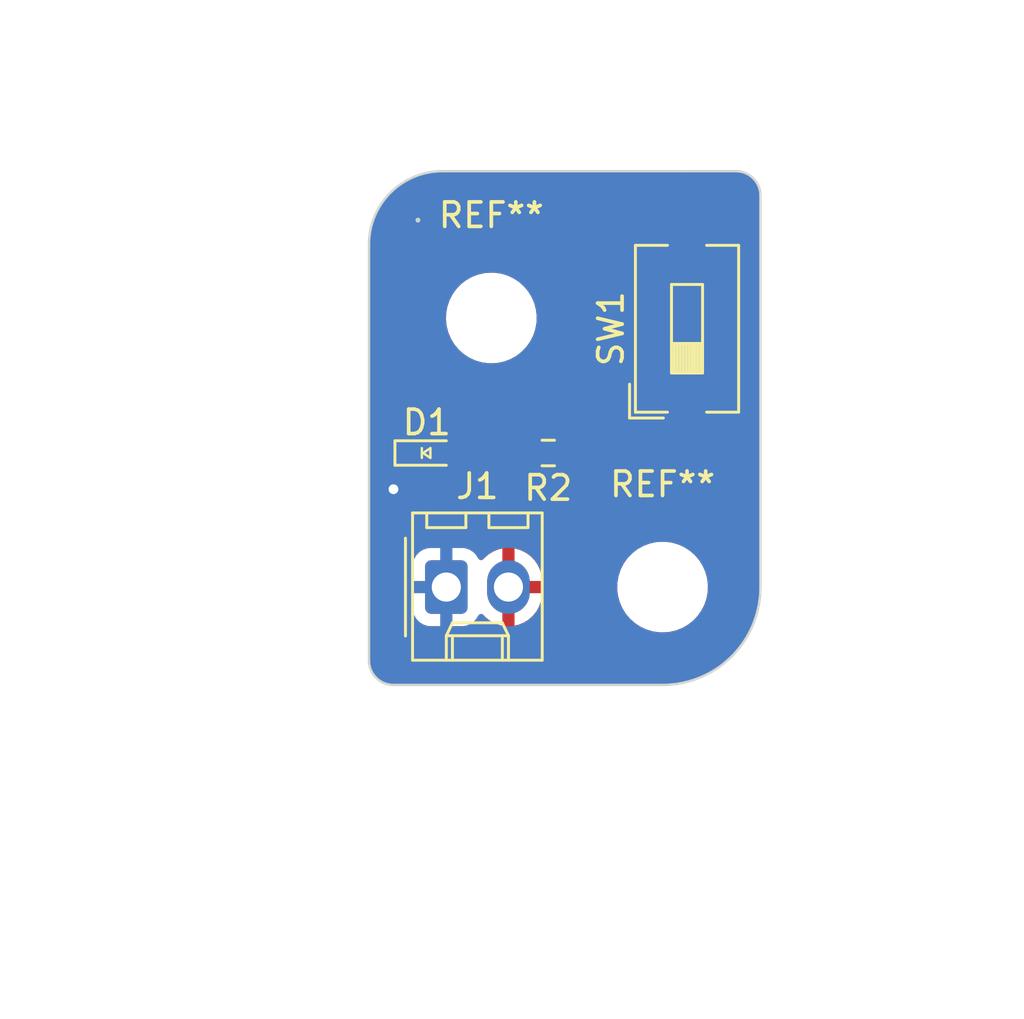
<source format=kicad_pcb>
(kicad_pcb (version 20221018) (generator pcbnew)
  (title_block (title "LED_PROJECT") (date "2023-09-16") (rev "1.0") (company "Illini SolarCar") (comment 1 "Designed By: Javier Tort"))
  (layers (0 "F.Cu" signal) (31 "B.Cu" signal) (34 "B.Paste" user) (35 "F.Paste" user) (36 "B.SilkS" user "B.Silkscreen") (37 "F.SilkS" user "F.Silkscreen") (38 "B.Mask" user) (39 "F.Mask" user) (44 "Edge.Cuts" user))
  (net 0 "")
  (net 1 "GND")
  (net 2 "Net-(D1-A)")
  (net 3 "Net-(R2-Pad1)")
  (net 4 "+3V3")
  (footprint "Connector_Molex:Molex_KK-254_AE-6410-02A_1x02_P2.54mm_Vertical" (layer "F.Cu") (at 137.16 102)
    (fp_text reference "J1" (at 1.27 -4.12) (layer "F.SilkS"))
    (fp_text value "Conn_01x02")
    (fp_line (start -1.67 -2) (end -1.67 2) (stroke (width 0.12)) (layer "F.SilkS"))
    (fp_line (start -1.38 -3.03) (end -1.38 2.99) (stroke (width 0.12)) (layer "F.SilkS"))
    (fp_line (start -1.38 2.99) (end 3.92 2.99) (stroke (width 0.12)) (layer "F.SilkS"))
    (fp_line (start -0.8 -3.03) (end -0.8 -2.43) (stroke (width 0.12)) (layer "F.SilkS"))
    (fp_line (start -0.8 -2.43) (end 0.8 -2.43) (stroke (width 0.12)) (layer "F.SilkS"))
    (fp_line (start 0 1.99) (end 0.25 1.46) (stroke (width 0.12)) (layer "F.SilkS"))
    (fp_line (start 0 1.99) (end 2.54 1.99) (stroke (width 0.12)) (layer "F.SilkS"))
    (fp_line (start 0 2.99) (end 0 1.99) (stroke (width 0.12)) (layer "F.SilkS"))
    (fp_line (start 0.25 1.46) (end 2.29 1.46) (stroke (width 0.12)) (layer "F.SilkS"))
    (fp_line (start 0.25 2.99) (end 0.25 1.99) (stroke (width 0.12)) (layer "F.SilkS"))
    (fp_line (start 0.8 -2.43) (end 0.8 -3.03) (stroke (width 0.12)) (layer "F.SilkS"))
    (fp_line (start 1.74 -3.03) (end 1.74 -2.43) (stroke (width 0.12)) (layer "F.SilkS"))
    (fp_line (start 1.74 -2.43) (end 3.34 -2.43) (stroke (width 0.12)) (layer "F.SilkS"))
    (fp_line (start 2.29 1.46) (end 2.54 1.99) (stroke (width 0.12)) (layer "F.SilkS"))
    (fp_line (start 2.29 2.99) (end 2.29 1.99) (stroke (width 0.12)) (layer "F.SilkS"))
    (fp_line (start 2.54 1.99) (end 2.54 2.99) (stroke (width 0.12)) (layer "F.SilkS"))
    (fp_line (start 3.34 -2.43) (end 3.34 -3.03) (stroke (width 0.12)) (layer "F.SilkS"))
    (fp_line (start 3.92 -3.03) (end -1.38 -3.03) (stroke (width 0.12)) (layer "F.SilkS"))
    (fp_line (start 3.92 2.99) (end 3.92 -3.03) (stroke (width 0.12)) (layer "F.SilkS"))
    (pad "1" thru_hole roundrect (at 0 0) (size 1.74 2.19) (drill 1.19) (layers "*.Cu" "*.Mask") (roundrect_rratio 0.143678) (net 1 "GND"))
    (pad "2" thru_hole oval (at 2.54 0) (size 1.74 2.19) (drill 1.19) (layers "*.Cu" "*.Mask") (net 4 "+3V3"))
  )
  (footprint "MountingHole:MountingHole_3.2mm_M3" (layer "F.Cu") (at 146 102)
    (fp_text reference "REF**" (at 0 -4.2) (layer "F.SilkS"))
    (fp_text value "MountingHole_3.2mm_M3")
    (pad "" np_thru_hole circle (at 0 0) (size 3.2 3.2) (drill 3.2) (layers "*.Cu" "*.Mask"))
  )
  (footprint "Resistor_SMD:R_0603_1608Metric_Pad0.98x0.95mm_HandSolder" (layer "F.Cu") (at 141.3275 96.52 180)
    (fp_text reference "R2" (at 0 -1.43) (layer "F.SilkS"))
    (fp_text value "105")
    (fp_line (start -0.254724 -0.5225) (end 0.254724 -0.5225) (stroke (width 0.12)) (layer "F.SilkS"))
    (fp_line (start -0.254724 0.5225) (end 0.254724 0.5225) (stroke (width 0.12)) (layer "F.SilkS"))
    (pad "1" smd roundrect (at -0.9125 0 180) (size 0.975 0.95) (layers "F.Cu" "F.Paste" "F.Mask") (net 3 "Net-(R2-Pad1)"))
    (pad "2" smd roundrect (at 0.9125 0 180) (size 0.975 0.95) (layers "F.Cu" "F.Paste" "F.Mask") (net 2 "Net-(D1-A)"))
  )
  (footprint "Button_Switch_SMD:SW_DIP_SPSTx01_Slide_6.7x4.1mm_W8.61mm_P2.54mm_LowProfile" (layer "F.Cu") (at 147 91.44 90)
    (fp_text reference "SW1" (at 0 -3.11 90) (layer "F.SilkS"))
    (fp_text value "SW_Push")
    (fp_line (start -3.65 -2.35) (end -3.65 -0.967) (stroke (width 0.12)) (layer "F.SilkS"))
    (fp_line (start -3.65 -2.35) (end -2.267 -2.35) (stroke (width 0.12)) (layer "F.SilkS"))
    (fp_line (start -3.41 -2.11) (end -3.41 -0.8) (stroke (width 0.12)) (layer "F.SilkS"))
    (fp_line (start -3.41 -2.11) (end 3.41 -2.11) (stroke (width 0.12)) (layer "F.SilkS"))
    (fp_line (start -3.41 0.8) (end -3.41 2.11) (stroke (width 0.12)) (layer "F.SilkS"))
    (fp_line (start -3.41 2.11) (end 3.41 2.11) (stroke (width 0.12)) (layer "F.SilkS"))
    (fp_line (start -1.81 -0.635) (end -1.81 0.635) (stroke (width 0.12)) (layer "F.SilkS"))
    (fp_line (start -1.81 -0.515) (end -0.603333 -0.515) (stroke (width 0.12)) (layer "F.SilkS"))
    (fp_line (start -1.81 -0.395) (end -0.603333 -0.395) (stroke (width 0.12)) (layer "F.SilkS"))
    (fp_line (start -1.81 -0.275) (end -0.603333 -0.275) (stroke (width 0.12)) (layer "F.SilkS"))
    (fp_line (start -1.81 -0.155) (end -0.603333 -0.155) (stroke (width 0.12)) (layer "F.SilkS"))
    (fp_line (start -1.81 -0.035) (end -0.603333 -0.035) (stroke (width 0.12)) (layer "F.SilkS"))
    (fp_line (start -1.81 0.085) (end -0.603333 0.085) (stroke (width 0.12)) (layer "F.SilkS"))
    (fp_line (start -1.81 0.205) (end -0.603333 0.205) (stroke (width 0.12)) (layer "F.SilkS"))
    (fp_line (start -1.81 0.325) (end -0.603333 0.325) (stroke (width 0.12)) (layer "F.SilkS"))
    (fp_line (start -1.81 0.445) (end -0.603333 0.445) (stroke (width 0.12)) (layer "F.SilkS"))
    (fp_line (start -1.81 0.565) (end -0.603333 0.565) (stroke (width 0.12)) (layer "F.SilkS"))
    (fp_line (start -1.81 0.635) (end 1.81 0.635) (stroke (width 0.12)) (layer "F.SilkS"))
    (fp_line (start -0.603333 -0.635) (end -0.603333 0.635) (stroke (width 0.12)) (layer "F.SilkS"))
    (fp_line (start 1.81 -0.635) (end -1.81 -0.635) (stroke (width 0.12)) (layer "F.SilkS"))
    (fp_line (start 1.81 0.635) (end 1.81 -0.635) (stroke (width 0.12)) (layer "F.SilkS"))
    (fp_line (start 3.41 -2.11) (end 3.41 -0.8) (stroke (width 0.12)) (layer "F.SilkS"))
    (fp_line (start 3.41 0.8) (end 3.41 2.11) (stroke (width 0.12)) (layer "F.SilkS"))
    (pad "1" smd rect (at -4.305 0 90) (size 2.44 1.12) (layers "F.Cu" "F.Paste" "F.Mask") (net 4 "+3V3"))
    (pad "2" smd rect (at 4.305 0 90) (size 2.44 1.12) (layers "F.Cu" "F.Paste" "F.Mask") (net 3 "Net-(R2-Pad1)"))
  )
  (footprint "layout:LED_0603_Symbol_on_F.SilkS" (layer "F.Cu") (at 136.36 96.52)
    (fp_text reference "D1" (at 0 -1.25) (layer "F.SilkS"))
    (fp_text value "LED_BLUE")
    (fp_line (start -1.3 -0.5) (end -1.3 0.5) (stroke (width 0.12)) (layer "F.SilkS"))
    (fp_line (start -1.3 -0.5) (end 0.8 -0.5) (stroke (width 0.12)) (layer "F.SilkS"))
    (fp_line (start -1.3 0.5) (end 0.8 0.5) (stroke (width 0.12)) (layer "F.SilkS"))
    (fp_line (start -0.2 -0.2) (end -0.2 0.2) (stroke (width 0.1)) (layer "F.SilkS"))
    (fp_line (start -0.15 0) (end 0.15 -0.2) (stroke (width 0.1)) (layer "F.SilkS"))
    (fp_line (start 0.15 -0.2) (end 0.15 0.2) (stroke (width 0.1)) (layer "F.SilkS"))
    (fp_line (start 0.15 0.2) (end -0.15 0) (stroke (width 0.1)) (layer "F.SilkS"))
    (pad "1" smd rect (at -0.8 0 180) (size 0.8 0.8) (layers "F.Cu" "F.Paste" "F.Mask") (net 1 "GND"))
    (pad "2" smd rect (at 0.8 0 180) (size 0.8 0.8) (layers "F.Cu" "F.Paste" "F.Mask") (net 2 "Net-(D1-A)"))
  )
  (footprint "MountingHole:MountingHole_3.2mm_M3" (layer "F.Cu") (at 139 91)
    (fp_text reference "REF**" (at 0 -4.2) (layer "F.SilkS"))
    (fp_text value "MountingHole_3.2mm_M3")
    (pad "" np_thru_hole circle (at 0 0) (size 3.2 3.2) (drill 3.2) (layers "*.Cu" "*.Mask"))
  )
  (gr_line (start 137 85) (end 147 85) (stroke (width 0.1)) (layer "Edge.Cuts"))
  (gr_line (start 134 105) (end 134 88) (stroke (width 0.1)) (layer "Edge.Cuts"))
  (gr_arc (start 136 87) (mid 136 87) (end 136 87) (stroke (width 0.1)) (layer "Edge.Cuts"))
  (gr_line (start 150 86) (end 150 102) (stroke (width 0.1)) (layer "Edge.Cuts"))
  (gr_line (start 146 106) (end 135 106) (stroke (width 0.1)) (layer "Edge.Cuts"))
  (gr_arc (start 135 106) (mid 134.292893 105.707107) (end 134 105) (stroke (width 0.1)) (layer "Edge.Cuts"))
  (gr_arc (start 134 88) (mid 134.87868 85.87868) (end 137 85) (stroke (width 0.1)) (layer "Edge.Cuts"))
  (gr_arc (start 150 102) (mid 148.828427 104.828427) (end 146 106) (stroke (width 0.1)) (layer "Edge.Cuts"))
  (gr_arc (start 149 85) (mid 149.707107 85.292893) (end 150 86) (stroke (width 0.1)) (layer "Edge.Cuts"))
  (gr_line (start 147 85) (end 149 85) (stroke (width 0.1)) (layer "Edge.Cuts"))
  (segment (start 135.56 96.52) (end 135.56 97.94) (width 0.25) (layer "F.Cu") (net 1))
  (segment (start 135.5 98) (end 135 98) (width 0.25) (layer "F.Cu") (net 1))
  (segment (start 135.56 97.94) (end 135.5 98) (width 0.25) (layer "F.Cu") (net 1))
  (via (at 135 98) (size 0.8) (drill 0.4) (layers "F.Cu" "B.Cu") (net 1))
  (segment (start 140.5 96.435) (end 140.415 96.52) (width 0.25) (layer "F.Cu") (net 2))
  (segment (start 140.415 96.52) (end 137.16 96.52) (width 0.25) (layer "F.Cu") (net 2))
  (segment (start 142.5 95) (end 142.24 95.26) (width 0.25) (layer "F.Cu") (net 3))
  (segment (start 147 87.135) (end 144.865 87.135) (width 0.25) (layer "F.Cu") (net 3))
  (segment (start 142.24 95.26) (end 142.24 96.52) (width 0.25) (layer "F.Cu") (net 3))
  (segment (start 144.865 87.135) (end 143 89) (width 0.25) (layer "F.Cu") (net 3))
  (segment (start 143 89) (end 143 95) (width 0.25) (layer "F.Cu") (net 3))
  (segment (start 143 95) (end 142.5 95) (width 0.25) (layer "F.Cu") (net 3))
  (zone (net 4) (net_name "+3V3") (layer "F.Cu") (connect_pads (clearance 0.508)) (min_thickness 0.25) (fill yes (thermal_gap 0.5) (thermal_bridge_width 0.5))
    (polygon (pts (xy 134 85) (xy 150 85) (xy 150 106) (xy 134 106)))
  )
  (zone (net 1) (net_name "GND") (layer "B.Cu") (priority 1) (connect_pads (clearance 0.508)) (min_thickness 0.25) (fill yes (thermal_gap 0.5) (thermal_bridge_width 0.5))
    (polygon (pts (xy 134 85) (xy 150 85) (xy 150 106) (xy 134 106)))
  )
)
</source>
